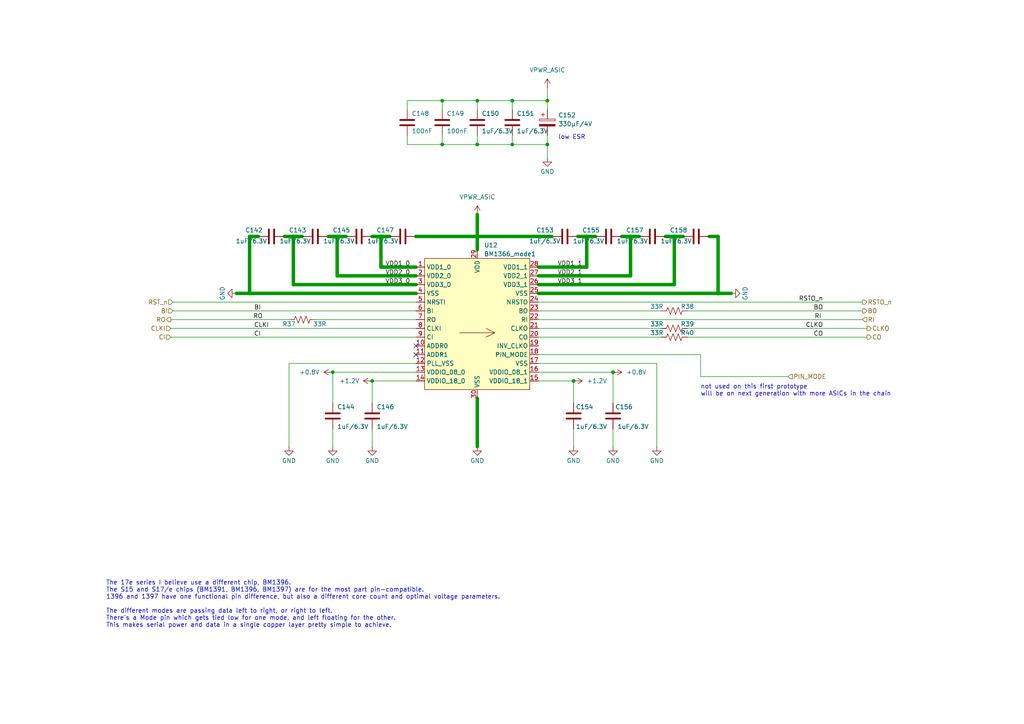
<source format=kicad_sch>
(kicad_sch (version 20231120) (generator "eeschema") (generator_version "8.0")
  (paper "A4")
  (lib_symbols
    (symbol "Device:C" (pin_numbers hide) (pin_names (offset 0.254))
      (property "Reference" "C" (at 0.635 2.54 0))
      (property "Value" "C" (at 0.635 -2.54 0))
      (symbol "C_0_1"
        (polyline (pts (xy -2.032 -0.762) (xy 2.032 -0.762)) (stroke (width 0.508)))
        (polyline (pts (xy -2.032 0.762) (xy 2.032 0.762)) (stroke (width 0.508)))
      )
      (symbol "C_1_1"
        (pin passive line (at 0 3.81 270) (length 2.794) (name "~") (number "1"))
        (pin passive line (at 0 -3.81 90) (length 2.794) (name "~") (number "2"))
      )
    )
    (symbol "Device:C_Polarized" (pin_numbers hide) (pin_names (offset 0.254))
      (property "Reference" "C" (at 0.635 2.54 0))
      (property "Value" "C_Polarized" (at 0.635 -2.54 0))
      (symbol "C_Polarized_0_1"
        (rectangle (start -2.286 0.508) (end 2.286 1.016))
        (polyline (pts (xy -1.778 2.286) (xy -0.762 2.286)))
        (polyline (pts (xy -1.27 2.794) (xy -1.27 1.778)))
        (rectangle (start 2.286 -0.508) (end -2.286 -1.016) (fill (type outline)))
      )
      (symbol "C_Polarized_1_1"
        (pin passive line (at 0 3.81 270) (length 2.794) (name "~") (number "1"))
        (pin passive line (at 0 -3.81 90) (length 2.794) (name "~") (number "2"))
      )
    )
    (symbol "Device:R_US" (pin_numbers hide) (pin_names (offset 0))
      (property "Reference" "R" (at 2.54 0 90))
      (property "Value" "R_US" (at -2.54 0 90))
      (symbol "R_US_0_1"
        (polyline (pts (xy 0 -2.286) (xy 0 -2.54)))
        (polyline (pts (xy 0 2.286) (xy 0 2.54)))
        (polyline (pts (xy 0 -0.762) (xy 1.016 -1.143) (xy 0 -1.524) (xy -1.016 -1.905) (xy 0 -2.286)))
        (polyline (pts (xy 0 0.762) (xy 1.016 0.381) (xy 0 0) (xy -1.016 -0.381) (xy 0 -0.762)))
        (polyline (pts (xy 0 2.286) (xy 1.016 1.905) (xy 0 1.524) (xy -1.016 1.143) (xy 0 0.762)))
      )
      (symbol "R_US_1_1"
        (pin passive line (at 0 3.81 270) (length 1.27) (name "~") (number "1"))
        (pin passive line (at 0 -3.81 90) (length 1.27) (name "~") (number "2"))
      )
    )
    (symbol "bitaxe:BM1366_mode1"
      (property "Reference" "U14" (at 1.9559 24.13 0))
      (property "Value" "BM1366_mode1" (at 1.9559 21.59 0))
      (symbol "BM1366_mode1_0_1"
        (rectangle (start -15.24 20.32) (end 15.24 -17.78) (fill (type background)))
        (polyline (pts (xy 5.08 -1.27) (xy -5.08 -1.27)))
        (polyline (pts (xy 5.08 -1.27) (xy 2.54 -2.54)))
        (polyline (pts (xy 5.08 -1.27) (xy 2.54 0)))
      )
      (symbol "BM1366_mode1_1_1"
        (pin power_in line (at -17.78 17.78 0) (length 2.54) (name "VDD1_0") (number "1"))
        (pin input line (at -17.78 -5.08 0) (length 2.54) (name "ADDR0") (number "10"))
        (pin input line (at -17.78 -7.62 0) (length 2.54) (name "ADDR1") (number "11"))
        (pin power_in line (at -17.78 -10.16 0) (length 2.54) (name "PLL_VSS") (number "12"))
        (pin power_in line (at -17.78 -12.7 0) (length 2.54) (name "VDDIO_08_0") (number "13"))
        (pin power_in line (at -17.78 -15.24 0) (length 2.54) (name "VDDIO_18_0") (number "14"))
        (pin power_in line (at 17.78 -15.24 180) (length 2.54) (name "VDDIO_18_1") (number "15"))
        (pin power_in line (at 17.78 -12.7 180) (length 2.54) (name "VDDIO_08_1") (number "16"))
        (pin power_in line (at 17.78 -10.16 180) (length 2.54) (name "VSS") (number "17"))
        (pin input line (at 17.78 -7.62 180) (length 2.54) (name "PIN_MODE") (number "18"))
        (pin output line (at 17.78 -5.08 180) (length 2.54) (name "INV_CLKO") (number "19"))
        (pin power_in line (at -17.78 15.24 0) (length 2.54) (name "VDD2_0") (number "2"))
        (pin output line (at 17.78 -2.54 180) (length 2.54) (name "CO") (number "20"))
        (pin output line (at 17.78 0 180) (length 2.54) (name "CLKO") (number "21"))
        (pin input line (at 17.78 2.54 180) (length 2.54) (name "RI") (number "22"))
        (pin output line (at 17.78 5.08 180) (length 2.54) (name "BO") (number "23"))
        (pin output line (at 17.78 7.62 180) (length 2.54) (name "NRSTO") (number "24"))
        (pin power_in line (at 17.78 10.16 180) (length 2.54) (name "VSS") (number "25"))
        (pin power_in line (at 17.78 12.7 180) (length 2.54) (name "VDD3_1") (number "26"))
        (pin power_in line (at 17.78 15.24 180) (length 2.54) (name "VDD2_1") (number "27"))
        (pin power_in line (at 17.78 17.78 180) (length 2.54) (name "VDD1_1") (number "28"))
        (pin power_in line (at 0 22.86 270) (length 2.54) (name "VDD") (number "29"))
        (pin power_in line (at -17.78 12.7 0) (length 2.54) (name "VDD3_0") (number "3"))
        (pin power_in line (at 0 -20.32 90) (length 2.54) (name "VSS") (number "30"))
        (pin power_in line (at -17.78 10.16 0) (length 2.54) (name "VSS") (number "4"))
        (pin input line (at -17.78 7.62 0) (length 2.54) (name "NRSTI") (number "5"))
        (pin input line (at -17.78 5.08 0) (length 2.54) (name "BI") (number "6"))
        (pin output line (at -17.78 2.54 0) (length 2.54) (name "RO") (number "7"))
        (pin input line (at -17.78 0 0) (length 2.54) (name "CLKI") (number "8"))
        (pin input line (at -17.78 -2.54 0) (length 2.54) (name "CI") (number "9"))
      )
    )
    (symbol "power:GND" (power) (pin_numbers hide) (pin_names (offset 0) hide)
      (property "Value" "GND" (at 0 -3.81 0))
      (symbol "GND_0_1"
        (polyline (pts (xy 0 0) (xy 0 -1.27) (xy 1.27 -1.27) (xy 0 -2.54) (xy -1.27 -1.27) (xy 0 -1.27)))
      )
      (symbol "GND_1_1"
        (pin power_in line (at 0 0 270) (length 0) (name "~") (number "1"))
      )
    )
    (symbol "power:VDD" (power) (pin_numbers hide) (pin_names (offset 0) hide)
      (property "Value" "VDD" (at 0 3.556 0))
      (symbol "VDD_0_1"
        (polyline (pts (xy -0.762 1.27) (xy 0 2.54)))
        (polyline (pts (xy 0 0) (xy 0 2.54)))
        (polyline (pts (xy 0 2.54) (xy 0.762 1.27)))
      )
      (symbol "VDD_1_1"
        (pin power_in line (at 0 0 90) (length 0) (name "~") (number "1"))
      )
    )
  )
  (junction (at 107.95 110.49))
  (junction (at 138.43 29.21) (diameter 0.9144))
  (junction (at 128.27 41.91) (diameter 0.9144))
  (junction (at 148.59 41.91))
  (junction (at 177.8 107.95))
  (junction (at 170.18 68.58))
  (junction (at 72.39 85.09))
  (junction (at 85.09 68.58))
  (junction (at 208.28 85.09))
  (junction (at 138.43 68.58))
  (junction (at 96.52 107.95))
  (junction (at 128.27 29.21) (diameter 0.9144))
  (junction (at 158.75 29.21))
  (junction (at 97.79 68.58))
  (junction (at 148.59 29.21))
  (junction (at 110.49 68.58))
  (junction (at 166.37 110.49))
  (junction (at 138.43 41.91) (diameter 0.9144))
  (junction (at 158.75 41.91))
  (junction (at 182.88 68.58))
  (junction (at 195.58 68.58))
  (no_connect (at 120.65 100.33))
  (no_connect (at 120.65 102.87))
  (wire (pts (xy 166.37 110.49) (xy 166.37 116.84)))
  (wire (pts (xy 148.59 41.91) (xy 138.43 41.91)))
  (wire (pts (xy 158.75 31.75) (xy 158.75 29.21)))
  (wire (pts (xy 208.28 85.09) (xy 208.28 68.58)) (stroke (width 1)))
  (wire (pts (xy 118.11 31.75) (xy 118.11 29.21)))
  (wire (pts (xy 49.53 92.71) (xy 83.82 92.71)))
  (wire (pts (xy 107.95 124.46) (xy 107.95 129.54)))
  (wire (pts (xy 166.37 124.46) (xy 166.37 129.54)))
  (wire (pts (xy 85.09 68.58) (xy 87.63 68.58)) (stroke (width 1)))
  (wire (pts (xy 97.79 68.58) (xy 100.33 68.58)) (stroke (width 1)))
  (wire (pts (xy 199.39 97.79) (xy 251.46 97.79)))
  (wire (pts (xy 156.21 87.63) (xy 250.19 87.63)))
  (wire (pts (xy 110.49 68.58) (xy 109.22 68.58)))
  (wire (pts (xy 120.65 68.58) (xy 138.43 68.58)) (stroke (width 1)))
  (wire (pts (xy 156.21 77.47) (xy 170.18 77.47)) (stroke (width 1)))
  (wire (pts (xy 128.27 29.21) (xy 138.43 29.21)))
  (wire (pts (xy 97.79 80.01) (xy 120.65 80.01)) (stroke (width 1)))
  (wire (pts (xy 128.27 31.75) (xy 128.27 29.21)))
  (wire (pts (xy 138.43 115.57) (xy 138.43 129.54)) (stroke (width 1)))
  (wire (pts (xy 110.49 68.58) (xy 110.49 77.47)) (stroke (width 1)))
  (wire (pts (xy 156.21 95.25) (xy 191.77 95.25)))
  (wire (pts (xy 158.75 25.4) (xy 158.75 29.21)))
  (wire (pts (xy 85.09 68.58) (xy 86.36 68.58)))
  (wire (pts (xy 156.21 85.09) (xy 208.28 85.09)) (stroke (width 1)))
  (wire (pts (xy 167.64 68.58) (xy 170.18 68.58)) (stroke (width 1)))
  (wire (pts (xy 177.8 107.95) (xy 177.8 116.84)))
  (wire (pts (xy 138.43 29.21) (xy 148.59 29.21)))
  (wire (pts (xy 118.11 39.37) (xy 118.11 41.91)))
  (wire (pts (xy 138.43 68.58) (xy 160.02 68.58)) (stroke (width 1)))
  (wire (pts (xy 182.88 68.58) (xy 185.42 68.58)) (stroke (width 1)))
  (wire (pts (xy 190.5 105.41) (xy 190.5 129.54)))
  (wire (pts (xy 180.34 68.58) (xy 182.88 68.58)) (stroke (width 1)))
  (wire (pts (xy 107.95 110.49) (xy 107.95 116.84)))
  (wire (pts (xy 128.27 41.91) (xy 138.43 41.91)))
  (wire (pts (xy 156.21 80.01) (xy 182.88 80.01)) (stroke (width 1)))
  (wire (pts (xy 128.27 39.37) (xy 128.27 41.91)))
  (wire (pts (xy 118.11 29.21) (xy 128.27 29.21)))
  (wire (pts (xy 158.75 45.72) (xy 158.75 41.91)))
  (wire (pts (xy 156.21 82.55) (xy 195.58 82.55)) (stroke (width 1)))
  (wire (pts (xy 156.21 97.79) (xy 191.77 97.79)))
  (wire (pts (xy 138.43 62.23) (xy 138.43 68.58)) (stroke (width 1)))
  (wire (pts (xy 85.09 82.55) (xy 120.65 82.55)) (stroke (width 1)))
  (wire (pts (xy 195.58 68.58) (xy 198.12 68.58)) (stroke (width 1)))
  (wire (pts (xy 170.18 68.58) (xy 172.72 68.58)) (stroke (width 1)))
  (wire (pts (xy 156.21 92.71) (xy 250.19 92.71)))
  (wire (pts (xy 96.52 107.95) (xy 96.52 116.84)))
  (wire (pts (xy 177.8 124.46) (xy 177.8 129.54)))
  (wire (pts (xy 158.75 39.37) (xy 158.75 41.91)))
  (wire (pts (xy 203.2 102.87) (xy 203.2 109.22)))
  (wire (pts (xy 120.65 105.41) (xy 83.82 105.41)))
  (wire (pts (xy 148.59 29.21) (xy 158.75 29.21)))
  (wire (pts (xy 97.79 68.58) (xy 100.33 68.58)))
  (wire (pts (xy 199.39 90.17) (xy 250.19 90.17)))
  (wire (pts (xy 96.52 107.95) (xy 120.65 107.95)))
  (wire (pts (xy 138.43 31.75) (xy 138.43 29.21)))
  (wire (pts (xy 72.39 85.09) (xy 120.65 85.09)) (stroke (width 1)))
  (wire (pts (xy 156.21 90.17) (xy 191.77 90.17)))
  (wire (pts (xy 193.04 68.58) (xy 195.58 68.58)) (stroke (width 1)))
  (wire (pts (xy 156.21 110.49) (xy 166.37 110.49)))
  (wire (pts (xy 50.165 90.17) (xy 120.65 90.17)))
  (wire (pts (xy 170.18 77.47) (xy 170.18 68.58)) (stroke (width 1)))
  (wire (pts (xy 107.95 68.58) (xy 110.49 68.58)) (stroke (width 1)))
  (wire (pts (xy 97.79 80.01) (xy 97.79 68.58)) (stroke (width 1)))
  (wire (pts (xy 138.43 39.37) (xy 138.43 41.91)))
  (wire (pts (xy 49.53 97.79) (xy 120.65 97.79)))
  (wire (pts (xy 195.58 82.55) (xy 195.58 68.58)) (stroke (width 1)))
  (wire (pts (xy 95.25 68.58) (xy 97.79 68.58)) (stroke (width 1)))
  (wire (pts (xy 128.27 41.91) (xy 118.11 41.91)))
  (wire (pts (xy 107.95 110.49) (xy 120.65 110.49)))
  (wire (pts (xy 182.88 80.01) (xy 182.88 68.58)) (stroke (width 1)))
  (wire (pts (xy 96.52 124.46) (xy 96.52 129.54)))
  (wire (pts (xy 148.59 41.91) (xy 158.75 41.91)))
  (wire (pts (xy 50.165 87.63) (xy 120.65 87.63)))
  (wire (pts (xy 148.59 39.37) (xy 148.59 41.91)))
  (wire (pts (xy 110.49 77.47) (xy 120.65 77.47)) (stroke (width 1)))
  (wire (pts (xy 156.21 105.41) (xy 190.5 105.41)))
  (wire (pts (xy 203.2 109.22) (xy 228.6 109.22)))
  (wire (pts (xy 83.82 105.41) (xy 83.82 129.54)))
  (wire (pts (xy 156.21 102.87) (xy 203.2 102.87)))
  (wire (pts (xy 138.43 68.58) (xy 138.43 72.39)) (stroke (width 1)))
  (wire (pts (xy 68.58 85.09) (xy 72.39 85.09)) (stroke (width 1)))
  (wire (pts (xy 199.39 95.25) (xy 251.46 95.25)))
  (wire (pts (xy 49.53 95.25) (xy 120.65 95.25)))
  (wire (pts (xy 72.39 85.09) (xy 72.39 68.58)) (stroke (width 1)))
  (wire (pts (xy 110.49 68.58) (xy 113.03 68.58)) (stroke (width 1)))
  (wire (pts (xy 208.28 68.58) (xy 205.74 68.58)) (stroke (width 1)))
  (wire (pts (xy 85.09 82.55) (xy 85.09 68.58)) (stroke (width 1)))
  (wire (pts (xy 91.44 92.71) (xy 120.65 92.71)))
  (wire (pts (xy 148.59 31.75) (xy 148.59 29.21)))
  (wire (pts (xy 156.21 107.95) (xy 177.8 107.95)))
  (wire (pts (xy 82.55 68.58) (xy 85.09 68.58)) (stroke (width 1)))
  (wire (pts (xy 72.39 68.58) (xy 74.93 68.58)) (stroke (width 1)))
  (wire (pts (xy 208.28 85.09) (xy 212.09 85.09)) (stroke (width 1)))
  (text "low ESR" (at 165.862 39.878 0) (effects (font (size 1.27 1.27))))
  (text "The 17e series I believe use a different chip, BM1396. \nThe S15 and S17/e chips (BM1391, BM1396, BM1397) are for the most part pin-compatible. \n1396 and 1397 have one functional pin difference, but also a different core count and optimal voltage parameters.\n\nThe different modes are passing data left to right, or right to left. \nThere's a Mode pin which gets tied low for one mode, and left floating for the other. \nThis makes serial power and data in a single copper layer pretty simple to achieve." (at 30.734 175.26 0) (effects (font (size 1.27 1.27)) (justify left)))
  (text "not used on this first prototype\nwill be on next generation with more ASICs in the chain" (at 203.2 113.284 0) (effects (font (size 1.27 1.27)) (justify left)))
  (label "BO" (at 238.76 90.17 180))
  (label "CLKI" (at 73.66 95.25 0))
  (label "CO" (at 238.76 97.79 180))
  (label "RI" (at 236.22 92.71 0))
  (label "VDD2_0" (at 111.76 80.01 0))
  (label "RO" (at 76.2 92.71 180))
  (label "VDD1_0" (at 111.76 77.47 0))
  (label "BI" (at 73.66 90.17 0))
  (label "RSTO_n" (at 238.76 87.63 180))
  (label "CI" (at 73.66 97.79 0))
  (label "VDD2_1" (at 168.91 80.01 180))
  (label "CLKO" (at 238.76 95.25 180))
  (label "VDD3_0" (at 111.76 82.55 0))
  (label "VDD1_1" (at 168.91 77.47 180))
  (label "VDD3_1" (at 168.91 82.55 180))
  (hierarchical_label "CLKI" (shape input) (at 49.53 95.25 180))
  (hierarchical_label "CI" (shape input) (at 49.53 97.79 180))
  (hierarchical_label "CO" (shape output) (at 251.46 97.79 0))
  (hierarchical_label "RO" (shape output) (at 49.53 92.71 180))
  (hierarchical_label "BO" (shape output) (at 250.19 90.17 0))
  (hierarchical_label "PIN_MODE" (shape input) (at 228.6 109.22 0))
  (hierarchical_label "RSTO_n" (shape output) (at 250.19 87.63 0))
  (hierarchical_label "BI" (shape input) (at 50.165 90.17 180))
  (hierarchical_label "RST_n" (shape input) (at 50.165 87.63 180))
  (hierarchical_label "RI" (shape input) (at 250.19 92.71 0))
  (hierarchical_label "CLKO" (shape output) (at 251.46 95.25 0))
  (symbol (lib_id "Device:C") (at 116.84 68.58 90) (unit 1)
    (property "Reference" "C147" (at 114.3 66.04 90) (effects (justify left bottom)))
    (property "Value" "1uF/6.3V" (at 115.57 69.215 90) (effects (justify left bottom)))
    (property "Footprint" "Capacitor_SMD:C_0402_1005Metric" (effects (hide yes)))
    (property "DK" "587-5514-1-ND" (effects (hide yes)))
    (property "PARTNO" "EMK105BJ105MV-F" (effects (hide yes)))
    (property "MP" "GRM155R70J105KA12D" (effects (hide yes)))
    (property "P/N MOUSER" "81-GRM155R70J105KA2D" (effects (hide yes)))
    (instances (project "AsicsBoard - 16xBM1366 - 01A" (path "" (reference "C147") (unit 1)) (path "" (reference "C266") (unit 1)) (path "" (reference "C232") (unit 1)) (path "" (reference "C215") (unit 1)) (path "" (reference "C249") (unit 1)) (path "" (reference "C198") (unit 1)) (path "" (reference "C164") (unit 1)) (path "" (reference "C181") (unit 1)) (path "" (reference "C11") (unit 1)) (path "" (reference "C130") (unit 1)) (path "" (reference "C96") (unit 1)) (path "" (reference "C79") (unit 1)) (path "" (reference "C113") (unit 1)) (path "" (reference "C62") (unit 1)) (path "" (reference "C28") (unit 1)) (path "" (reference "C45") (unit 1))))
  )
  (symbol (lib_id "Device:C") (at 118.11 35.56 0) (unit 1)
    (property "Reference" "C148" (at 119.38 33.655 0) (effects (justify left bottom)))
    (property "Value" "100nF" (at 119.38 38.735 0) (effects (justify left bottom)))
    (property "Footprint" "Capacitor_SMD:C_0402_1005Metric" (effects (hide yes)))
    (property "DK" "1292-1639-1-ND" (effects (hide yes)))
    (property "PARTNO" "0402X104K100CT" (effects (hide yes)))
    (property "MP" "SH15B104K160CT" (effects (hide yes)))
    (property "P/N MOUSER" "791-SH15B104K160CT" (effects (hide yes)))
    (instances (project "AsicsBoard - 16xBM1366 - 01A" (path "" (reference "C148") (unit 1)) (path "" (reference "C267") (unit 1)) (path "" (reference "C233") (unit 1)) (path "" (reference "C216") (unit 1)) (path "" (reference "C250") (unit 1)) (path "" (reference "C199") (unit 1)) (path "" (reference "C165") (unit 1)) (path "" (reference "C182") (unit 1)) (path "" (reference "C12") (unit 1)) (path "" (reference "C131") (unit 1)) (path "" (reference "C97") (unit 1)) (path "" (reference "C80") (unit 1)) (path "" (reference "C114") (unit 1)) (path "" (reference "C63") (unit 1)) (path "" (reference "C29") (unit 1)) (path "" (reference "C46") (unit 1))))
  )
  (symbol (lib_id "power:GND") (at 212.09 85.09 90) (unit 1)
    (property "Reference" "#PWR0166" (effects (hide yes)))
    (property "Value" "GND" (at 216.154 85.09 0))
    (property "Description" "Power symbol creates a global label with name \"GND\" , ground" (effects (hide yes)))
    (instances (project "AsicsBoard - 16xBM1366 - 01A" (path "" (reference "#PWR0166") (unit 1)) (path "" (reference "#PWR0278") (unit 1)) (path "" (reference "#PWR0246") (unit 1)) (path "" (reference "#PWR0230") (unit 1)) (path "" (reference "#PWR0262") (unit 1)) (path "" (reference "#PWR0214") (unit 1)) (path "" (reference "#PWR0182") (unit 1)) (path "" (reference "#PWR0198") (unit 1)) (path "" (reference "#PWR038") (unit 1)) (path "" (reference "#PWR0150") (unit 1)) (path "" (reference "#PWR0118") (unit 1)) (path "" (reference "#PWR0102") (unit 1)) (path "" (reference "#PWR0134") (unit 1)) (path "" (reference "#PWR086") (unit 1)) (path "" (reference "#PWR054") (unit 1)) (path "" (reference "#PWR070") (unit 1))))
  )
  (symbol (lib_id "power:GND") (at 83.82 129.54 0) (unit 1)
    (property "Reference" "#PWR0152" (effects (hide yes)))
    (property "Value" "GND" (at 83.82 133.604 0))
    (property "Description" "Power symbol creates a global label with name \"GND\" , ground" (effects (hide yes)))
    (instances (project "AsicsBoard - 16xBM1366 - 01A" (path "" (reference "#PWR0152") (unit 1)) (path "" (reference "#PWR0264") (unit 1)) (path "" (reference "#PWR0232") (unit 1)) (path "" (reference "#PWR0216") (unit 1)) (path "" (reference "#PWR0248") (unit 1)) (path "" (reference "#PWR0200") (unit 1)) (path "" (reference "#PWR0168") (unit 1)) (path "" (reference "#PWR0184") (unit 1)) (path "" (reference "#PWR024") (unit 1)) (path "" (reference "#PWR0136") (unit 1)) (path "" (reference "#PWR0104") (unit 1)) (path "" (reference "#PWR088") (unit 1)) (path "" (reference "#PWR0120") (unit 1)) (path "" (reference "#PWR072") (unit 1)) (path "" (reference "#PWR040") (unit 1)) (path "" (reference "#PWR056") (unit 1))))
  )
  (symbol (lib_id "Device:C") (at 201.93 68.58 90) (unit 1)
    (property "Reference" "C158" (at 199.39 66.04 90) (effects (justify left bottom)))
    (property "Value" "1uF/6.3V" (at 200.66 69.215 90) (effects (justify left bottom)))
    (property "Footprint" "Capacitor_SMD:C_0402_1005Metric" (effects (hide yes)))
    (property "DK" "587-5514-1-ND" (effects (hide yes)))
    (property "PARTNO" "EMK105BJ105MV-F" (effects (hide yes)))
    (property "MP" "GRM155R70J105KA12D" (effects (hide yes)))
    (property "P/N MOUSER" "81-GRM155R70J105KA2D" (effects (hide yes)))
    (instances (project "AsicsBoard - 16xBM1366 - 01A" (path "" (reference "C158") (unit 1)) (path "" (reference "C277") (unit 1)) (path "" (reference "C243") (unit 1)) (path "" (reference "C226") (unit 1)) (path "" (reference "C260") (unit 1)) (path "" (reference "C209") (unit 1)) (path "" (reference "C175") (unit 1)) (path "" (reference "C192") (unit 1)) (path "" (reference "C22") (unit 1)) (path "" (reference "C141") (unit 1)) (path "" (reference "C107") (unit 1)) (path "" (reference "C90") (unit 1)) (path "" (reference "C124") (unit 1)) (path "" (reference "C73") (unit 1)) (path "" (reference "C39") (unit 1)) (path "" (reference "C56") (unit 1))))
  )
  (symbol (lib_id "Device:C_Polarized") (at 158.75 35.56 0) (unit 1)
    (property "Reference" "C152" (at 161.925 33.4009 0) (effects (justify left)))
    (property "Value" "330µF/4V" (at 161.925 35.9409 0) (effects (justify left)))
    (property "Footprint" "Capacitor_SMD:C_1210_3225Metric" (effects (hide yes)))
    (property "DK" "718-1028-1-ND" (effects (hide yes)))
    (property "PARTNO" "293D337X9010E2TE3" (effects (hide yes)))
    (property "MP" "GRM32ER60G337ME05K" (effects (hide yes)))
    (property "P/N MOUSER" "81-GRM32ER60G337ME5K" (effects (hide yes)))
    (instances (project "AsicsBoard - 16xBM1366 - 01A" (path "" (reference "C152") (unit 1)) (path "" (reference "C271") (unit 1)) (path "" (reference "C237") (unit 1)) (path "" (reference "C220") (unit 1)) (path "" (reference "C254") (unit 1)) (path "" (reference "C203") (unit 1)) (path "" (reference "C169") (unit 1)) (path "" (reference "C186") (unit 1)) (path "" (reference "C16") (unit 1)) (path "" (reference "C135") (unit 1)) (path "" (reference "C101") (unit 1)) (path "" (reference "C84") (unit 1)) (path "" (reference "C118") (unit 1)) (path "" (reference "C67") (unit 1)) (path "" (reference "C33") (unit 1)) (path "" (reference "C50") (unit 1))))
  )
  (symbol (lib_id "power:VDD") (at 96.52 107.95 90) (unit 1)
    (property "Reference" "#PWR0153" (effects (hide yes)))
    (property "Value" "+0.8V" (at 92.71 107.9499 90) (effects (justify left)))
    (property "Description" "Power symbol creates a global label with name \"VDD\"" (effects (hide yes)))
    (instances (project "AsicsBoard - 16xBM1366 - 01A" (path "" (reference "#PWR0153") (unit 1)) (path "" (reference "#PWR0265") (unit 1)) (path "" (reference "#PWR0233") (unit 1)) (path "" (reference "#PWR0217") (unit 1)) (path "" (reference "#PWR0249") (unit 1)) (path "" (reference "#PWR0201") (unit 1)) (path "" (reference "#PWR0169") (unit 1)) (path "" (reference "#PWR0185") (unit 1)) (path "" (reference "#PWR025") (unit 1)) (path "" (reference "#PWR0137") (unit 1)) (path "" (reference "#PWR0105") (unit 1)) (path "" (reference "#PWR089") (unit 1)) (path "" (reference "#PWR0121") (unit 1)) (path "" (reference "#PWR073") (unit 1)) (path "" (reference "#PWR041") (unit 1)) (path "" (reference "#PWR057") (unit 1))))
  )
  (symbol (lib_id "Device:C") (at 91.44 68.58 90) (unit 1)
    (property "Reference" "C143" (at 88.9 66.04 90) (effects (justify left bottom)))
    (property "Value" "1uF/6.3V" (at 90.17 69.215 90) (effects (justify left bottom)))
    (property "Footprint" "Capacitor_SMD:C_0402_1005Metric" (effects (hide yes)))
    (property "DK" "587-5514-1-ND" (effects (hide yes)))
    (property "PARTNO" "EMK105BJ105MV-F" (effects (hide yes)))
    (property "MP" "GRM155R70J105KA12D" (effects (hide yes)))
    (property "P/N MOUSER" "81-GRM155R70J105KA2D" (effects (hide yes)))
    (instances (project "AsicsBoard - 16xBM1366 - 01A" (path "" (reference "C143") (unit 1)) (path "" (reference "C262") (unit 1)) (path "" (reference "C228") (unit 1)) (path "" (reference "C211") (unit 1)) (path "" (reference "C245") (unit 1)) (path "" (reference "C194") (unit 1)) (path "" (reference "C160") (unit 1)) (path "" (reference "C177") (unit 1)) (path "" (reference "C7") (unit 1)) (path "" (reference "C126") (unit 1)) (path "" (reference "C92") (unit 1)) (path "" (reference "C75") (unit 1)) (path "" (reference "C109") (unit 1)) (path "" (reference "C58") (unit 1)) (path "" (reference "C24") (unit 1)) (path "" (reference "C41") (unit 1))))
  )
  (symbol (lib_id "power:GND") (at 68.58 85.09 270) (unit 1)
    (property "Reference" "#PWR0151" (effects (hide yes)))
    (property "Value" "GND" (at 64.516 85.09 0))
    (property "Description" "Power symbol creates a global label with name \"GND\" , ground" (effects (hide yes)))
    (instances (project "AsicsBoard - 16xBM1366 - 01A" (path "" (reference "#PWR0151") (unit 1)) (path "" (reference "#PWR0263") (unit 1)) (path "" (reference "#PWR0231") (unit 1)) (path "" (reference "#PWR0215") (unit 1)) (path "" (reference "#PWR0247") (unit 1)) (path "" (reference "#PWR0199") (unit 1)) (path "" (reference "#PWR0167") (unit 1)) (path "" (reference "#PWR0183") (unit 1)) (path "" (reference "#PWR023") (unit 1)) (path "" (reference "#PWR0135") (unit 1)) (path "" (reference "#PWR0103") (unit 1)) (path "" (reference "#PWR087") (unit 1)) (path "" (reference "#PWR0119") (unit 1)) (path "" (reference "#PWR071") (unit 1)) (path "" (reference "#PWR039") (unit 1)) (path "" (reference "#PWR055") (unit 1))))
  )
  (symbol (lib_id "Device:C") (at 177.8 120.65 0) (unit 1)
    (property "Reference" "C156" (at 178.435 118.745 0) (effects (justify left bottom)))
    (property "Value" "1uF/6.3V" (at 179.07 124.46 0) (effects (justify left bottom)))
    (property "Footprint" "Capacitor_SMD:C_0402_1005Metric" (effects (hide yes)))
    (property "DK" "587-5514-1-ND" (effects (hide yes)))
    (property "PARTNO" "EMK105BJ105MV-F" (effects (hide yes)))
    (property "MP" "GRM155R70J105KA12D" (effects (hide yes)))
    (property "P/N MOUSER" "81-GRM155R70J105KA2D" (effects (hide yes)))
    (instances (project "AsicsBoard - 16xBM1366 - 01A" (path "" (reference "C156") (unit 1)) (path "" (reference "C275") (unit 1)) (path "" (reference "C241") (unit 1)) (path "" (reference "C224") (unit 1)) (path "" (reference "C258") (unit 1)) (path "" (reference "C207") (unit 1)) (path "" (reference "C173") (unit 1)) (path "" (reference "C190") (unit 1)) (path "" (reference "C20") (unit 1)) (path "" (reference "C139") (unit 1)) (path "" (reference "C105") (unit 1)) (path "" (reference "C88") (unit 1)) (path "" (reference "C122") (unit 1)) (path "" (reference "C71") (unit 1)) (path "" (reference "C37") (unit 1)) (path "" (reference "C54") (unit 1))))
  )
  (symbol (lib_id "power:VDD") (at 107.95 110.49 90) (unit 1)
    (property "Reference" "#PWR0155" (effects (hide yes)))
    (property "Value" "+1.2V" (at 101.346 110.49 90))
    (property "Description" "Power symbol creates a global label with name \"VDD\"" (effects (hide yes)))
    (instances (project "AsicsBoard - 16xBM1366 - 01A" (path "" (reference "#PWR0155") (unit 1)) (path "" (reference "#PWR0267") (unit 1)) (path "" (reference "#PWR0235") (unit 1)) (path "" (reference "#PWR0219") (unit 1)) (path "" (reference "#PWR0251") (unit 1)) (path "" (reference "#PWR0203") (unit 1)) (path "" (reference "#PWR0171") (unit 1)) (path "" (reference "#PWR0187") (unit 1)) (path "" (reference "#PWR027") (unit 1)) (path "" (reference "#PWR0139") (unit 1)) (path "" (reference "#PWR0107") (unit 1)) (path "" (reference "#PWR091") (unit 1)) (path "" (reference "#PWR0123") (unit 1)) (path "" (reference "#PWR075") (unit 1)) (path "" (reference "#PWR043") (unit 1)) (path "" (reference "#PWR059") (unit 1))))
  )
  (symbol (lib_id "power:VDD") (at 166.37 110.49 270) (unit 1)
    (property "Reference" "#PWR0161" (effects (hide yes)))
    (property "Value" "+1.2V" (at 170.18 110.4901 90) (effects (justify left)))
    (property "Description" "Power symbol creates a global label with name \"VDD\"" (effects (hide yes)))
    (instances (project "AsicsBoard - 16xBM1366 - 01A" (path "" (reference "#PWR0161") (unit 1)) (path "" (reference "#PWR0273") (unit 1)) (path "" (reference "#PWR0241") (unit 1)) (path "" (reference "#PWR0225") (unit 1)) (path "" (reference "#PWR0257") (unit 1)) (path "" (reference "#PWR0209") (unit 1)) (path "" (reference "#PWR0177") (unit 1)) (path "" (reference "#PWR0193") (unit 1)) (path "" (reference "#PWR033") (unit 1)) (path "" (reference "#PWR0145") (unit 1)) (path "" (reference "#PWR0113") (unit 1)) (path "" (reference "#PWR097") (unit 1)) (path "" (reference "#PWR0129") (unit 1)) (path "" (reference "#PWR081") (unit 1)) (path "" (reference "#PWR049") (unit 1)) (path "" (reference "#PWR065") (unit 1))))
  )
  (symbol (lib_id "Device:R_US") (at 87.63 92.71 270) (unit 1)
    (property "Reference" "R37" (at 83.82 93.98 90))
    (property "Value" "33R" (at 92.71 93.98 90))
    (property "Footprint" "Resistor_SMD:R_0402_1005Metric" (effects (hide yes)))
    (property "DK" "311-33.0LRCT-ND" (effects (hide yes)))
    (property "PARTNO" "RC0402FR-0733RL" (effects (hide yes)))
    (property "MP" "WR04X33R0FTL" (effects (hide yes)))
    (property "P/N MOUSER" "791-WR04X33R0FTL" (effects (hide yes)))
    (instances (project "AsicsBoard - 16xBM1366 - 01A" (path "" (reference "R37") (unit 1)) (path "" (reference "R65") (unit 1)) (path "" (reference "R57") (unit 1)) (path "" (reference "R53") (unit 1)) (path "" (reference "R61") (unit 1)) (path "" (reference "R49") (unit 1)) (path "" (reference "R41") (unit 1)) (path "" (reference "R45") (unit 1)) (path "" (reference "R5") (unit 1)) (path "" (reference "R33") (unit 1)) (path "" (reference "R25") (unit 1)) (path "" (reference "R21") (unit 1)) (path "" (reference "R29") (unit 1)) (path "" (reference "R17") (unit 1)) (path "" (reference "R9") (unit 1)) (path "" (reference "R13") (unit 1))))
  )
  (symbol (lib_id "bitaxe:BM1366_mode1") (at 138.43 95.25 0) (unit 1)
    (property "Reference" "U12" (at 140.3859 71.12 0) (effects (justify left)))
    (property "Value" "BM1366_mode1" (at 140.3859 73.66 0) (effects (justify left)))
    (property "Footprint" "EKO_Miner_ASIClib:BM1366" (effects (hide yes)))
    (instances (project "AsicsBoard - 16xBM1366 - 01A" (path "" (reference "U12") (unit 1)) (path "" (reference "U19") (unit 1)) (path "" (reference "U17") (unit 1)) (path "" (reference "U16") (unit 1)) (path "" (reference "U18") (unit 1)) (path "" (reference "U15") (unit 1)) (path "" (reference "U13") (unit 1)) (path "" (reference "U14") (unit 1)) (path "" (reference "U4") (unit 1)) (path "" (reference "U11") (unit 1)) (path "" (reference "U9") (unit 1)) (path "" (reference "U8") (unit 1)) (path "" (reference "U10") (unit 1)) (path "" (reference "U7") (unit 1)) (path "" (reference "U5") (unit 1)) (path "" (reference "U6") (unit 1))))
  )
  (symbol (lib_id "Device:C") (at 166.37 120.65 0) (unit 1)
    (property "Reference" "C154" (at 167.005 118.745 0) (effects (justify left bottom)))
    (property "Value" "1uF/6.3V" (at 167.005 124.46 0) (effects (justify left bottom)))
    (property "Footprint" "Capacitor_SMD:C_0402_1005Metric" (effects (hide yes)))
    (property "DK" "587-5514-1-ND" (effects (hide yes)))
    (property "PARTNO" "EMK105BJ105MV-F" (effects (hide yes)))
    (property "MP" "GRM155R70J105KA12D" (effects (hide yes)))
    (property "P/N MOUSER" "81-GRM155R70J105KA2D" (effects (hide yes)))
    (instances (project "AsicsBoard - 16xBM1366 - 01A" (path "" (reference "C154") (unit 1)) (path "" (reference "C273") (unit 1)) (path "" (reference "C239") (unit 1)) (path "" (reference "C222") (unit 1)) (path "" (reference "C256") (unit 1)) (path "" (reference "C205") (unit 1)) (path "" (reference "C171") (unit 1)) (path "" (reference "C188") (unit 1)) (path "" (reference "C18") (unit 1)) (path "" (reference "C137") (unit 1)) (path "" (reference "C103") (unit 1)) (path "" (reference "C86") (unit 1)) (path "" (reference "C120") (unit 1)) (path "" (reference "C69") (unit 1)) (path "" (reference "C35") (unit 1)) (path "" (reference "C52") (unit 1))))
  )
  (symbol (lib_id "power:GND") (at 107.95 129.54 0) (unit 1)
    (property "Reference" "#PWR0156" (effects (hide yes)))
    (property "Value" "GND" (at 107.95 133.604 0))
    (property "Description" "Power symbol creates a global label with name \"GND\" , ground" (effects (hide yes)))
    (instances (project "AsicsBoard - 16xBM1366 - 01A" (path "" (reference "#PWR0156") (unit 1)) (path "" (reference "#PWR0268") (unit 1)) (path "" (reference "#PWR0236") (unit 1)) (path "" (reference "#PWR0220") (unit 1)) (path "" (reference "#PWR0252") (unit 1)) (path "" (reference "#PWR0204") (unit 1)) (path "" (reference "#PWR0172") (unit 1)) (path "" (reference "#PWR0188") (unit 1)) (path "" (reference "#PWR028") (unit 1)) (path "" (reference "#PWR0140") (unit 1)) (path "" (reference "#PWR0108") (unit 1)) (path "" (reference "#PWR092") (unit 1)) (path "" (reference "#PWR0124") (unit 1)) (path "" (reference "#PWR076") (unit 1)) (path "" (reference "#PWR044") (unit 1)) (path "" (reference "#PWR060") (unit 1))))
  )
  (symbol (lib_id "power:GND") (at 96.52 129.54 0) (unit 1)
    (property "Reference" "#PWR0154" (effects (hide yes)))
    (property "Value" "GND" (at 96.52 133.604 0))
    (property "Description" "Power symbol creates a global label with name \"GND\" , ground" (effects (hide yes)))
    (instances (project "AsicsBoard - 16xBM1366 - 01A" (path "" (reference "#PWR0154") (unit 1)) (path "" (reference "#PWR0266") (unit 1)) (path "" (reference "#PWR0234") (unit 1)) (path "" (reference "#PWR0218") (unit 1)) (path "" (reference "#PWR0250") (unit 1)) (path "" (reference "#PWR0202") (unit 1)) (path "" (reference "#PWR0170") (unit 1)) (path "" (reference "#PWR0186") (unit 1)) (path "" (reference "#PWR026") (unit 1)) (path "" (reference "#PWR0138") (unit 1)) (path "" (reference "#PWR0106") (unit 1)) (path "" (reference "#PWR090") (unit 1)) (path "" (reference "#PWR0122") (unit 1)) (path "" (reference "#PWR074") (unit 1)) (path "" (reference "#PWR042") (unit 1)) (path "" (reference "#PWR058") (unit 1))))
  )
  (symbol (lib_id "Device:C") (at 78.74 68.58 90) (unit 1)
    (property "Reference" "C142" (at 76.2 66.04 90) (effects (justify left bottom)))
    (property "Value" "1uF/6.3V" (at 77.47 69.215 90) (effects (justify left bottom)))
    (property "Footprint" "Capacitor_SMD:C_0402_1005Metric" (effects (hide yes)))
    (property "DK" "587-5514-1-ND" (effects (hide yes)))
    (property "PARTNO" "EMK105BJ105MV-F" (effects (hide yes)))
    (property "MP" "GRM155R70J105KA12D" (effects (hide yes)))
    (property "P/N MOUSER" "81-GRM155R70J105KA2D" (effects (hide yes)))
    (instances (project "AsicsBoard - 16xBM1366 - 01A" (path "" (reference "C142") (unit 1)) (path "" (reference "C261") (unit 1)) (path "" (reference "C227") (unit 1)) (path "" (reference "C210") (unit 1)) (path "" (reference "C244") (unit 1)) (path "" (reference "C193") (unit 1)) (path "" (reference "C159") (unit 1)) (path "" (reference "C176") (unit 1)) (path "" (reference "C6") (unit 1)) (path "" (reference "C125") (unit 1)) (path "" (reference "C91") (unit 1)) (path "" (reference "C74") (unit 1)) (path "" (reference "C108") (unit 1)) (path "" (reference "C57") (unit 1)) (path "" (reference "C23") (unit 1)) (path "" (reference "C40") (unit 1))))
  )
  (symbol (lib_id "power:VDD") (at 138.43 62.23 0) (unit 1)
    (property "Reference" "#PWR0157" (effects (hide yes)))
    (property "Value" "VPWR_ASIC" (at 138.43 57.15 0))
    (property "Description" "Power symbol creates a global label with name \"VDD\"" (effects (hide yes)))
    (instances (project "AsicsBoard - 16xBM1366 - 01A" (path "" (reference "#PWR0157") (unit 1)) (path "" (reference "#PWR0269") (unit 1)) (path "" (reference "#PWR0237") (unit 1)) (path "" (reference "#PWR0221") (unit 1)) (path "" (reference "#PWR0253") (unit 1)) (path "" (reference "#PWR0205") (unit 1)) (path "" (reference "#PWR0173") (unit 1)) (path "" (reference "#PWR0189") (unit 1)) (path "" (reference "#PWR029") (unit 1)) (path "" (reference "#PWR0141") (unit 1)) (path "" (reference "#PWR0109") (unit 1)) (path "" (reference "#PWR093") (unit 1)) (path "" (reference "#PWR0125") (unit 1)) (path "" (reference "#PWR077") (unit 1)) (path "" (reference "#PWR045") (unit 1)) (path "" (reference "#PWR061") (unit 1))))
  )
  (symbol (lib_id "Device:C") (at 189.23 68.58 90) (unit 1)
    (property "Reference" "C157" (at 186.69 66.04 90) (effects (justify left bottom)))
    (property "Value" "1uF/6.3V" (at 187.96 69.215 90) (effects (justify left bottom)))
    (property "Footprint" "Capacitor_SMD:C_0402_1005Metric" (effects (hide yes)))
    (property "DK" "587-5514-1-ND" (effects (hide yes)))
    (property "PARTNO" "EMK105BJ105MV-F" (effects (hide yes)))
    (property "MP" "GRM155R70J105KA12D" (effects (hide yes)))
    (property "P/N MOUSER" "81-GRM155R70J105KA2D" (effects (hide yes)))
    (instances (project "AsicsBoard - 16xBM1366 - 01A" (path "" (reference "C157") (unit 1)) (path "" (reference "C276") (unit 1)) (path "" (reference "C242") (unit 1)) (path "" (reference "C225") (unit 1)) (path "" (reference "C259") (unit 1)) (path "" (reference "C208") (unit 1)) (path "" (reference "C174") (unit 1)) (path "" (reference "C191") (unit 1)) (path "" (reference "C21") (unit 1)) (path "" (reference "C140") (unit 1)) (path "" (reference "C106") (unit 1)) (path "" (reference "C89") (unit 1)) (path "" (reference "C123") (unit 1)) (path "" (reference "C72") (unit 1)) (path "" (reference "C38") (unit 1)) (path "" (reference "C55") (unit 1))))
  )
  (symbol (lib_id "power:GND") (at 166.37 129.54 0) (unit 1)
    (property "Reference" "#PWR0162" (effects (hide yes)))
    (property "Value" "GND" (at 166.37 133.604 0))
    (property "Description" "Power symbol creates a global label with name \"GND\" , ground" (effects (hide yes)))
    (instances (project "AsicsBoard - 16xBM1366 - 01A" (path "" (reference "#PWR0162") (unit 1)) (path "" (reference "#PWR0274") (unit 1)) (path "" (reference "#PWR0242") (unit 1)) (path "" (reference "#PWR0226") (unit 1)) (path "" (reference "#PWR0258") (unit 1)) (path "" (reference "#PWR0210") (unit 1)) (path "" (reference "#PWR0178") (unit 1)) (path "" (reference "#PWR0194") (unit 1)) (path "" (reference "#PWR034") (unit 1)) (path "" (reference "#PWR0146") (unit 1)) (path "" (reference "#PWR0114") (unit 1)) (path "" (reference "#PWR098") (unit 1)) (path "" (reference "#PWR0130") (unit 1)) (path "" (reference "#PWR082") (unit 1)) (path "" (reference "#PWR050") (unit 1)) (path "" (reference "#PWR066") (unit 1))))
  )
  (symbol (lib_id "power:VDD") (at 177.8 107.95 270) (unit 1)
    (property "Reference" "#PWR0163" (effects (hide yes)))
    (property "Value" "+0.8V" (at 181.61 107.9501 90) (effects (justify left)))
    (property "Description" "Power symbol creates a global label with name \"VDD\"" (effects (hide yes)))
    (instances (project "AsicsBoard - 16xBM1366 - 01A" (path "" (reference "#PWR0163") (unit 1)) (path "" (reference "#PWR0275") (unit 1)) (path "" (reference "#PWR0243") (unit 1)) (path "" (reference "#PWR0227") (unit 1)) (path "" (reference "#PWR0259") (unit 1)) (path "" (reference "#PWR0211") (unit 1)) (path "" (reference "#PWR0179") (unit 1)) (path "" (reference "#PWR0195") (unit 1)) (path "" (reference "#PWR035") (unit 1)) (path "" (reference "#PWR0147") (unit 1)) (path "" (reference "#PWR0115") (unit 1)) (path "" (reference "#PWR099") (unit 1)) (path "" (reference "#PWR0131") (unit 1)) (path "" (reference "#PWR083") (unit 1)) (path "" (reference "#PWR051") (unit 1)) (path "" (reference "#PWR067") (unit 1))))
  )
  (symbol (lib_id "Device:C") (at 128.27 35.56 0) (unit 1)
    (property "Reference" "C149" (at 129.54 33.655 0) (effects (justify left bottom)))
    (property "Value" "100nF" (at 129.54 38.735 0) (effects (justify left bottom)))
    (property "Footprint" "Capacitor_SMD:C_0402_1005Metric" (effects (hide yes)))
    (property "DK" "1292-1639-1-ND" (effects (hide yes)))
    (property "PARTNO" "0402X104K100CT" (effects (hide yes)))
    (property "MP" "SH15B104K160CT" (effects (hide yes)))
    (property "P/N MOUSER" "791-SH15B104K160CT" (effects (hide yes)))
    (instances (project "AsicsBoard - 16xBM1366 - 01A" (path "" (reference "C149") (unit 1)) (path "" (reference "C268") (unit 1)) (path "" (reference "C234") (unit 1)) (path "" (reference "C217") (unit 1)) (path "" (reference "C251") (unit 1)) (path "" (reference "C200") (unit 1)) (path "" (reference "C166") (unit 1)) (path "" (reference "C183") (unit 1)) (path "" (reference "C13") (unit 1)) (path "" (reference "C132") (unit 1)) (path "" (reference "C98") (unit 1)) (path "" (reference "C81") (unit 1)) (path "" (reference "C115") (unit 1)) (path "" (reference "C64") (unit 1)) (path "" (reference "C30") (unit 1)) (path "" (reference "C47") (unit 1))))
  )
  (symbol (lib_id "Device:C") (at 96.52 120.65 0) (unit 1)
    (property "Reference" "C144" (at 97.79 118.745 0) (effects (justify left bottom)))
    (property "Value" "1uF/6.3V" (at 97.79 124.46 0) (effects (justify left bottom)))
    (property "Footprint" "Capacitor_SMD:C_0402_1005Metric" (effects (hide yes)))
    (property "DK" "587-5514-1-ND" (effects (hide yes)))
    (property "PARTNO" "EMK105BJ105MV-F" (effects (hide yes)))
    (property "MP" "GRM155R70J105KA12D" (effects (hide yes)))
    (property "P/N MOUSER" "81-GRM155R70J105KA2D" (effects (hide yes)))
    (instances (project "AsicsBoard - 16xBM1366 - 01A" (path "" (reference "C144") (unit 1)) (path "" (reference "C263") (unit 1)) (path "" (reference "C229") (unit 1)) (path "" (reference "C212") (unit 1)) (path "" (reference "C246") (unit 1)) (path "" (reference "C195") (unit 1)) (path "" (reference "C161") (unit 1)) (path "" (reference "C178") (unit 1)) (path "" (reference "C8") (unit 1)) (path "" (reference "C127") (unit 1)) (path "" (reference "C93") (unit 1)) (path "" (reference "C76") (unit 1)) (path "" (reference "C110") (unit 1)) (path "" (reference "C59") (unit 1)) (path "" (reference "C25") (unit 1)) (path "" (reference "C42") (unit 1))))
  )
  (symbol (lib_id "Device:R_US") (at 195.58 90.17 90) (unit 1)
    (property "Reference" "R38" (at 199.39 88.9 90))
    (property "Value" "33R" (at 190.5 88.9 90))
    (property "Footprint" "Resistor_SMD:R_0402_1005Metric" (effects (hide yes)))
    (property "DK" "311-33.0LRCT-ND" (effects (hide yes)))
    (property "PARTNO" "RC0402FR-0733RL" (effects (hide yes)))
    (property "MP" "WR04X33R0FTL" (effects (hide yes)))
    (property "P/N MOUSER" "791-WR04X33R0FTL" (effects (hide yes)))
    (instances (project "AsicsBoard - 16xBM1366 - 01A" (path "" (reference "R38") (unit 1)) (path "" (reference "R66") (unit 1)) (path "" (reference "R58") (unit 1)) (path "" (reference "R54") (unit 1)) (path "" (reference "R62") (unit 1)) (path "" (reference "R50") (unit 1)) (path "" (reference "R42") (unit 1)) (path "" (reference "R46") (unit 1)) (path "" (reference "R6") (unit 1)) (path "" (reference "R34") (unit 1)) (path "" (reference "R26") (unit 1)) (path "" (reference "R22") (unit 1)) (path "" (reference "R30") (unit 1)) (path "" (reference "R18") (unit 1)) (path "" (reference "R10") (unit 1)) (path "" (reference "R14") (unit 1))))
  )
  (symbol (lib_id "Device:R_US") (at 195.58 95.25 90) (unit 1)
    (property "Reference" "R39" (at 199.39 93.98 90))
    (property "Value" "33R" (at 190.5 93.98 90))
    (property "Footprint" "Resistor_SMD:R_0402_1005Metric" (effects (hide yes)))
    (property "DK" "311-33.0LRCT-ND" (effects (hide yes)))
    (property "PARTNO" "RC0402FR-0733RL" (effects (hide yes)))
    (property "MP" "WR04X33R0FTL" (effects (hide yes)))
    (property "P/N MOUSER" "791-WR04X33R0FTL" (effects (hide yes)))
    (instances (project "AsicsBoard - 16xBM1366 - 01A" (path "" (reference "R39") (unit 1)) (path "" (reference "R67") (unit 1)) (path "" (reference "R59") (unit 1)) (path "" (reference "R55") (unit 1)) (path "" (reference "R63") (unit 1)) (path "" (reference "R51") (unit 1)) (path "" (reference "R43") (unit 1)) (path "" (reference "R47") (unit 1)) (path "" (reference "R7") (unit 1)) (path "" (reference "R35") (unit 1)) (path "" (reference "R27") (unit 1)) (path "" (reference "R23") (unit 1)) (path "" (reference "R31") (unit 1)) (path "" (reference "R19") (unit 1)) (path "" (reference "R11") (unit 1)) (path "" (reference "R15") (unit 1))))
  )
  (symbol (lib_id "power:GND") (at 177.8 129.54 0) (unit 1)
    (property "Reference" "#PWR0164" (effects (hide yes)))
    (property "Value" "GND" (at 177.8 133.604 0))
    (property "Description" "Power symbol creates a global label with name \"GND\" , ground" (effects (hide yes)))
    (instances (project "AsicsBoard - 16xBM1366 - 01A" (path "" (reference "#PWR0164") (unit 1)) (path "" (reference "#PWR0276") (unit 1)) (path "" (reference "#PWR0244") (unit 1)) (path "" (reference "#PWR0228") (unit 1)) (path "" (reference "#PWR0260") (unit 1)) (path "" (reference "#PWR0212") (unit 1)) (path "" (reference "#PWR0180") (unit 1)) (path "" (reference "#PWR0196") (unit 1)) (path "" (reference "#PWR036") (unit 1)) (path "" (reference "#PWR0148") (unit 1)) (path "" (reference "#PWR0116") (unit 1)) (path "" (reference "#PWR0100") (unit 1)) (path "" (reference "#PWR0132") (unit 1)) (path "" (reference "#PWR084") (unit 1)) (path "" (reference "#PWR052") (unit 1)) (path "" (reference "#PWR068") (unit 1))))
  )
  (symbol (lib_id "Device:C") (at 138.43 35.56 0) (unit 1)
    (property "Reference" "C150" (at 139.7 33.655 0) (effects (justify left bottom)))
    (property "Value" "1uF/6.3V" (at 139.7 38.735 0) (effects (justify left bottom)))
    (property "Footprint" "Capacitor_SMD:C_0402_1005Metric" (effects (hide yes)))
    (property "DK" "587-5514-1-ND" (effects (hide yes)))
    (property "PARTNO" "EMK105BJ105MV-F" (effects (hide yes)))
    (property "MP" "GRM155R70J105KA12D" (effects (hide yes)))
    (property "P/N MOUSER" "81-GRM155R70J105KA2D" (effects (hide yes)))
    (instances (project "AsicsBoard - 16xBM1366 - 01A" (path "" (reference "C150") (unit 1)) (path "" (reference "C269") (unit 1)) (path "" (reference "C235") (unit 1)) (path "" (reference "C218") (unit 1)) (path "" (reference "C252") (unit 1)) (path "" (reference "C201") (unit 1)) (path "" (reference "C167") (unit 1)) (path "" (reference "C184") (unit 1)) (path "" (reference "C14") (unit 1)) (path "" (reference "C133") (unit 1)) (path "" (reference "C99") (unit 1)) (path "" (reference "C82") (unit 1)) (path "" (reference "C116") (unit 1)) (path "" (reference "C65") (unit 1)) (path "" (reference "C31") (unit 1)) (path "" (reference "C48") (unit 1))))
  )
  (symbol (lib_id "power:GND") (at 138.43 129.54 0) (unit 1)
    (property "Reference" "#PWR0158" (effects (hide yes)))
    (property "Value" "GND" (at 138.43 133.604 0))
    (property "Description" "Power symbol creates a global label with name \"GND\" , ground" (effects (hide yes)))
    (instances (project "AsicsBoard - 16xBM1366 - 01A" (path "" (reference "#PWR0158") (unit 1)) (path "" (reference "#PWR0270") (unit 1)) (path "" (reference "#PWR0238") (unit 1)) (path "" (reference "#PWR0222") (unit 1)) (path "" (reference "#PWR0254") (unit 1)) (path "" (reference "#PWR0206") (unit 1)) (path "" (reference "#PWR0174") (unit 1)) (path "" (reference "#PWR0190") (unit 1)) (path "" (reference "#PWR030") (unit 1)) (path "" (reference "#PWR0142") (unit 1)) (path "" (reference "#PWR0110") (unit 1)) (path "" (reference "#PWR094") (unit 1)) (path "" (reference "#PWR0126") (unit 1)) (path "" (reference "#PWR078") (unit 1)) (path "" (reference "#PWR046") (unit 1)) (path "" (reference "#PWR062") (unit 1))))
  )
  (symbol (lib_id "Device:R_US") (at 195.58 97.79 90) (unit 1)
    (property "Reference" "R40" (at 199.39 96.52 90))
    (property "Value" "33R" (at 190.5 96.52 90))
    (property "Footprint" "Resistor_SMD:R_0402_1005Metric" (effects (hide yes)))
    (property "DK" "311-33.0LRCT-ND" (effects (hide yes)))
    (property "PARTNO" "RC0402FR-0733RL" (effects (hide yes)))
    (property "MP" "WR04X33R0FTL" (effects (hide yes)))
    (property "P/N MOUSER" "791-WR04X33R0FTL" (effects (hide yes)))
    (instances (project "AsicsBoard - 16xBM1366 - 01A" (path "" (reference "R40") (unit 1)) (path "" (reference "R68") (unit 1)) (path "" (reference "R60") (unit 1)) (path "" (reference "R56") (unit 1)) (path "" (reference "R64") (unit 1)) (path "" (reference "R52") (unit 1)) (path "" (reference "R44") (unit 1)) (path "" (reference "R48") (unit 1)) (path "" (reference "R8") (unit 1)) (path "" (reference "R36") (unit 1)) (path "" (reference "R28") (unit 1)) (path "" (reference "R24") (unit 1)) (path "" (reference "R32") (unit 1)) (path "" (reference "R20") (unit 1)) (path "" (reference "R12") (unit 1)) (path "" (reference "R16") (unit 1))))
  )
  (symbol (lib_id "Device:C") (at 148.59 35.56 0) (unit 1)
    (property "Reference" "C151" (at 149.86 33.655 0) (effects (justify left bottom)))
    (property "Value" "1uF/6.3V" (at 149.86 38.735 0) (effects (justify left bottom)))
    (property "Footprint" "Capacitor_SMD:C_0402_1005Metric" (effects (hide yes)))
    (property "DK" "587-5514-1-ND" (effects (hide yes)))
    (property "PARTNO" "EMK105BJ105MV-F" (effects (hide yes)))
    (property "MP" "GRM155R70J105KA12D" (effects (hide yes)))
    (property "P/N MOUSER" "81-GRM155R70J105KA2D" (effects (hide yes)))
    (instances (project "AsicsBoard - 16xBM1366 - 01A" (path "" (reference "C151") (unit 1)) (path "" (reference "C270") (unit 1)) (path "" (reference "C236") (unit 1)) (path "" (reference "C219") (unit 1)) (path "" (reference "C253") (unit 1)) (path "" (reference "C202") (unit 1)) (path "" (reference "C168") (unit 1)) (path "" (reference "C185") (unit 1)) (path "" (reference "C15") (unit 1)) (path "" (reference "C134") (unit 1)) (path "" (reference "C100") (unit 1)) (path "" (reference "C83") (unit 1)) (path "" (reference "C117") (unit 1)) (path "" (reference "C66") (unit 1)) (path "" (reference "C32") (unit 1)) (path "" (reference "C49") (unit 1))))
  )
  (symbol (lib_id "Device:C") (at 163.83 68.58 90) (unit 1)
    (property "Reference" "C153" (at 160.655 66.04 90) (effects (justify left bottom)))
    (property "Value" "1uF/6.3V" (at 162.56 69.215 90) (effects (justify left bottom)))
    (property "Footprint" "Capacitor_SMD:C_0402_1005Metric" (effects (hide yes)))
    (property "DK" "587-5514-1-ND" (effects (hide yes)))
    (property "PARTNO" "EMK105BJ105MV-F" (effects (hide yes)))
    (property "MP" "GRM155R70J105KA12D" (effects (hide yes)))
    (property "P/N MOUSER" "81-GRM155R70J105KA2D" (effects (hide yes)))
    (instances (project "AsicsBoard - 16xBM1366 - 01A" (path "" (reference "C153") (unit 1)) (path "" (reference "C272") (unit 1)) (path "" (reference "C238") (unit 1)) (path "" (reference "C221") (unit 1)) (path "" (reference "C255") (unit 1)) (path "" (reference "C204") (unit 1)) (path "" (reference "C170") (unit 1)) (path "" (reference "C187") (unit 1)) (path "" (reference "C17") (unit 1)) (path "" (reference "C136") (unit 1)) (path "" (reference "C102") (unit 1)) (path "" (reference "C85") (unit 1)) (path "" (reference "C119") (unit 1)) (path "" (reference "C68") (unit 1)) (path "" (reference "C34") (unit 1)) (path "" (reference "C51") (unit 1))))
  )
  (symbol (lib_id "power:GND") (at 190.5 129.54 0) (unit 1)
    (property "Reference" "#PWR0165" (effects (hide yes)))
    (property "Value" "GND" (at 190.5 133.604 0))
    (property "Description" "Power symbol creates a global label with name \"GND\" , ground" (effects (hide yes)))
    (instances (project "AsicsBoard - 16xBM1366 - 01A" (path "" (reference "#PWR0165") (unit 1)) (path "" (reference "#PWR0277") (unit 1)) (path "" (reference "#PWR0245") (unit 1)) (path "" (reference "#PWR0229") (unit 1)) (path "" (reference "#PWR0261") (unit 1)) (path "" (reference "#PWR0213") (unit 1)) (path "" (reference "#PWR0181") (unit 1)) (path "" (reference "#PWR0197") (unit 1)) (path "" (reference "#PWR037") (unit 1)) (path "" (reference "#PWR0149") (unit 1)) (path "" (reference "#PWR0117") (unit 1)) (path "" (reference "#PWR0101") (unit 1)) (path "" (reference "#PWR0133") (unit 1)) (path "" (reference "#PWR085") (unit 1)) (path "" (reference "#PWR053") (unit 1)) (path "" (reference "#PWR069") (unit 1))))
  )
  (symbol (lib_id "Device:C") (at 104.14 68.58 90) (unit 1)
    (property "Reference" "C145" (at 101.6 66.04 90) (effects (justify left bottom)))
    (property "Value" "1uF/6.3V" (at 102.87 69.215 90) (effects (justify left bottom)))
    (property "Footprint" "Capacitor_SMD:C_0402_1005Metric" (effects (hide yes)))
    (property "DK" "587-5514-1-ND" (effects (hide yes)))
    (property "PARTNO" "EMK105BJ105MV-F" (effects (hide yes)))
    (property "MP" "GRM155R70J105KA12D" (effects (hide yes)))
    (property "P/N MOUSER" "81-GRM155R70J105KA2D" (effects (hide yes)))
    (instances (project "AsicsBoard - 16xBM1366 - 01A" (path "" (reference "C145") (unit 1)) (path "" (reference "C264") (unit 1)) (path "" (reference "C230") (unit 1)) (path "" (reference "C213") (unit 1)) (path "" (reference "C247") (unit 1)) (path "" (reference "C196") (unit 1)) (path "" (reference "C162") (unit 1)) (path "" (reference "C179") (unit 1)) (path "" (reference "C9") (unit 1)) (path "" (reference "C128") (unit 1)) (path "" (reference "C94") (unit 1)) (path "" (reference "C77") (unit 1)) (path "" (reference "C111") (unit 1)) (path "" (reference "C60") (unit 1)) (path "" (reference "C26") (unit 1)) (path "" (reference "C43") (unit 1))))
  )
  (symbol (lib_id "power:GND") (at 158.75 45.72 0) (unit 1)
    (property "Reference" "#PWR0160" (effects (hide yes)))
    (property "Value" "GND" (at 158.75 49.784 0))
    (property "Description" "Power symbol creates a global label with name \"GND\" , ground" (effects (hide yes)))
    (instances (project "AsicsBoard - 16xBM1366 - 01A" (path "" (reference "#PWR0160") (unit 1)) (path "" (reference "#PWR0272") (unit 1)) (path "" (reference "#PWR0240") (unit 1)) (path "" (reference "#PWR0224") (unit 1)) (path "" (reference "#PWR0256") (unit 1)) (path "" (reference "#PWR0208") (unit 1)) (path "" (reference "#PWR0176") (unit 1)) (path "" (reference "#PWR0192") (unit 1)) (path "" (reference "#PWR032") (unit 1)) (path "" (reference "#PWR0144") (unit 1)) (path "" (reference "#PWR0112") (unit 1)) (path "" (reference "#PWR096") (unit 1)) (path "" (reference "#PWR0128") (unit 1)) (path "" (reference "#PWR080") (unit 1)) (path "" (reference "#PWR048") (unit 1)) (path "" (reference "#PWR064") (unit 1))))
  )
  (symbol (lib_id "power:VDD") (at 158.75 25.4 0) (unit 1)
    (property "Reference" "#PWR0159" (effects (hide yes)))
    (property "Value" "VPWR_ASIC" (at 158.75 20.32 0))
    (property "Description" "Power symbol creates a global label with name \"VDD\"" (effects (hide yes)))
    (instances (project "AsicsBoard - 16xBM1366 - 01A" (path "" (reference "#PWR0159") (unit 1)) (path "" (reference "#PWR0271") (unit 1)) (path "" (reference "#PWR0239") (unit 1)) (path "" (reference "#PWR0223") (unit 1)) (path "" (reference "#PWR0255") (unit 1)) (path "" (reference "#PWR0207") (unit 1)) (path "" (reference "#PWR0175") (unit 1)) (path "" (reference "#PWR0191") (unit 1)) (path "" (reference "#PWR031") (unit 1)) (path "" (reference "#PWR0143") (unit 1)) (path "" (reference "#PWR0111") (unit 1)) (path "" (reference "#PWR095") (unit 1)) (path "" (reference "#PWR0127") (unit 1)) (path "" (reference "#PWR079") (unit 1)) (path "" (reference "#PWR047") (unit 1)) (path "" (reference "#PWR063") (unit 1))))
  )
  (symbol (lib_id "Device:C") (at 176.53 68.58 90) (unit 1)
    (property "Reference" "C155" (at 173.99 66.04 90) (effects (justify left bottom)))
    (property "Value" "1uF/6.3V" (at 175.26 69.215 90) (effects (justify left bottom)))
    (property "Footprint" "Capacitor_SMD:C_0402_1005Metric" (effects (hide yes)))
    (property "DK" "587-5514-1-ND" (effects (hide yes)))
    (property "PARTNO" "EMK105BJ105MV-F" (effects (hide yes)))
    (property "MP" "GRM155R70J105KA12D" (effects (hide yes)))
    (property "P/N MOUSER" "81-GRM155R70J105KA2D" (effects (hide yes)))
    (instances (project "AsicsBoard - 16xBM1366 - 01A" (path "" (reference "C155") (unit 1)) (path "" (reference "C274") (unit 1)) (path "" (reference "C240") (unit 1)) (path "" (reference "C223") (unit 1)) (path "" (reference "C257") (unit 1)) (path "" (reference "C206") (unit 1)) (path "" (reference "C172") (unit 1)) (path "" (reference "C189") (unit 1)) (path "" (reference "C19") (unit 1)) (path "" (reference "C138") (unit 1)) (path "" (reference "C104") (unit 1)) (path "" (reference "C87") (unit 1)) (path "" (reference "C121") (unit 1)) (path "" (reference "C70") (unit 1)) (path "" (reference "C36") (unit 1)) (path "" (reference "C53") (unit 1))))
  )
  (symbol (lib_id "Device:C") (at 107.95 120.65 0) (unit 1)
    (property "Reference" "C146" (at 109.22 118.745 0) (effects (justify left bottom)))
    (property "Value" "1uF/6.3V" (at 109.22 124.46 0) (effects (justify left bottom)))
    (property "Footprint" "Capacitor_SMD:C_0402_1005Metric" (effects (hide yes)))
    (property "DK" "587-5514-1-ND" (effects (hide yes)))
    (property "PARTNO" "EMK105BJ105MV-F" (effects (hide yes)))
    (property "MP" "GRM155R70J105KA12D" (effects (hide yes)))
    (property "P/N MOUSER" "81-GRM155R70J105KA2D" (effects (hide yes)))
    (instances (project "AsicsBoard - 16xBM1366 - 01A" (path "" (reference "C146") (unit 1)) (path "" (reference "C265") (unit 1)) (path "" (reference "C231") (unit 1)) (path "" (reference "C214") (unit 1)) (path "" (reference "C248") (unit 1)) (path "" (reference "C197") (unit 1)) (path "" (reference "C163") (unit 1)) (path "" (reference "C180") (unit 1)) (path "" (reference "C10") (unit 1)) (path "" (reference "C129") (unit 1)) (path "" (reference "C95") (unit 1)) (path "" (reference "C78") (unit 1)) (path "" (reference "C112") (unit 1)) (path "" (reference "C61") (unit 1)) (path "" (reference "C27") (unit 1)) (path "" (reference "C44") (unit 1))))
  )
)
</source>
